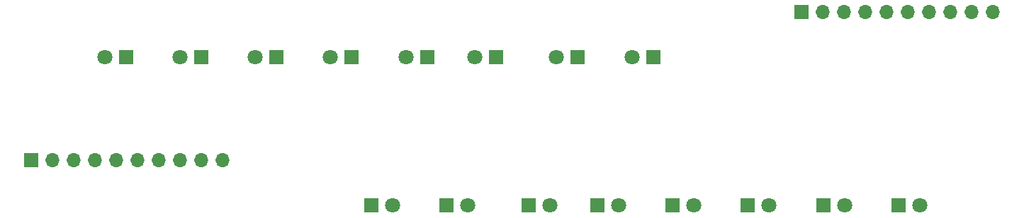
<source format=gbs>
G04 #@! TF.GenerationSoftware,KiCad,Pcbnew,(5.1.6-0-10_14)*
G04 #@! TF.CreationDate,2021-08-31T11:09:41+09:00*
G04 #@! TF.ProjectId,qPCR-panel_led_20210831,71504352-2d70-4616-9e65-6c5f6c65645f,rev?*
G04 #@! TF.SameCoordinates,Original*
G04 #@! TF.FileFunction,Soldermask,Bot*
G04 #@! TF.FilePolarity,Negative*
%FSLAX46Y46*%
G04 Gerber Fmt 4.6, Leading zero omitted, Abs format (unit mm)*
G04 Created by KiCad (PCBNEW (5.1.6-0-10_14)) date 2021-08-31 11:09:41*
%MOMM*%
%LPD*%
G01*
G04 APERTURE LIST*
%ADD10R,1.800000X1.800000*%
%ADD11C,1.800000*%
%ADD12R,1.700000X1.700000*%
%ADD13O,1.700000X1.700000*%
G04 APERTURE END LIST*
D10*
G04 #@! TO.C,D1*
X171730000Y-73321640D03*
D11*
X174270000Y-73321640D03*
G04 #@! TD*
G04 #@! TO.C,D2*
X165270000Y-73321640D03*
D10*
X162730000Y-73321640D03*
G04 #@! TD*
G04 #@! TO.C,D3*
X153730000Y-73321640D03*
D11*
X156270000Y-73321640D03*
G04 #@! TD*
G04 #@! TO.C,D4*
X147270000Y-73321640D03*
D10*
X144730000Y-73321640D03*
G04 #@! TD*
G04 #@! TO.C,D5*
X135730000Y-73321640D03*
D11*
X138270000Y-73321640D03*
G04 #@! TD*
G04 #@! TO.C,D6*
X130040000Y-73321640D03*
D10*
X127500000Y-73321640D03*
G04 #@! TD*
G04 #@! TO.C,D7*
X117730000Y-73321640D03*
D11*
X120270000Y-73321640D03*
G04 #@! TD*
G04 #@! TO.C,D8*
X111270000Y-73321640D03*
D10*
X108730000Y-73321640D03*
G04 #@! TD*
D12*
G04 #@! TO.C,U1*
X68134254Y-67921640D03*
D13*
X70674254Y-67921640D03*
X73214254Y-67921640D03*
X75754254Y-67921640D03*
X78294254Y-67921640D03*
X80834254Y-67921640D03*
X83374254Y-67921640D03*
X85914254Y-67921640D03*
X88454254Y-67921640D03*
X90994254Y-67921640D03*
G04 #@! TD*
D10*
G04 #@! TO.C,D9*
X79405000Y-55521640D03*
D11*
X76865000Y-55521640D03*
G04 #@! TD*
G04 #@! TO.C,D10*
X85865000Y-55521640D03*
D10*
X88405000Y-55521640D03*
G04 #@! TD*
G04 #@! TO.C,D11*
X97405000Y-55521640D03*
D11*
X94865000Y-55521640D03*
G04 #@! TD*
G04 #@! TO.C,D12*
X103865000Y-55521640D03*
D10*
X106405000Y-55521640D03*
G04 #@! TD*
G04 #@! TO.C,D13*
X115405000Y-55521640D03*
D11*
X112865000Y-55521640D03*
G04 #@! TD*
G04 #@! TO.C,D14*
X121095000Y-55521640D03*
D10*
X123635000Y-55521640D03*
G04 #@! TD*
G04 #@! TO.C,D15*
X133405000Y-55521640D03*
D11*
X130865000Y-55521640D03*
G04 #@! TD*
G04 #@! TO.C,D16*
X139865000Y-55521640D03*
D10*
X142405000Y-55521640D03*
G04 #@! TD*
D12*
G04 #@! TO.C,U1*
X160140746Y-50121640D03*
D13*
X162680746Y-50121640D03*
X165220746Y-50121640D03*
X167760746Y-50121640D03*
X170300746Y-50121640D03*
X172840746Y-50121640D03*
X175380746Y-50121640D03*
X177920746Y-50121640D03*
X180460746Y-50121640D03*
X183000746Y-50121640D03*
G04 #@! TD*
M02*

</source>
